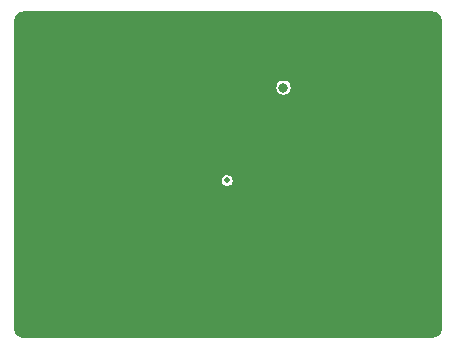
<source format=gbr>
%TF.GenerationSoftware,KiCad,Pcbnew,(6.0.4-0)*%
%TF.CreationDate,2022-03-26T13:10:47-05:00*%
%TF.ProjectId,EE515X_Project_With_Matching,45453531-3558-45f5-9072-6f6a6563745f,rev?*%
%TF.SameCoordinates,Original*%
%TF.FileFunction,Copper,L3,Inr*%
%TF.FilePolarity,Positive*%
%FSLAX46Y46*%
G04 Gerber Fmt 4.6, Leading zero omitted, Abs format (unit mm)*
G04 Created by KiCad (PCBNEW (6.0.4-0)) date 2022-03-26 13:10:47*
%MOMM*%
%LPD*%
G01*
G04 APERTURE LIST*
%TA.AperFunction,ComponentPad*%
%ADD10C,0.762000*%
%TD*%
%TA.AperFunction,ViaPad*%
%ADD11C,0.800000*%
%TD*%
%TA.AperFunction,ViaPad*%
%ADD12C,0.508000*%
%TD*%
G04 APERTURE END LIST*
D10*
%TO.N,GND*%
%TO.C,J2*%
X82158688Y-112826800D03*
X82158688Y-110693200D03*
X80888688Y-110693200D03*
X79618688Y-110693200D03*
X78348688Y-110693200D03*
X78348688Y-112826800D03*
X80888688Y-112826800D03*
X79618688Y-112826800D03*
%TD*%
%TO.N,GND*%
%TO.C,J1*%
X82169000Y-98094800D03*
X82169000Y-95961200D03*
X80899000Y-95961200D03*
X79629000Y-95961200D03*
X78359000Y-95961200D03*
X78359000Y-98094800D03*
X80899000Y-98094800D03*
X79629000Y-98094800D03*
%TD*%
%TO.N,GND*%
%TO.C,J3*%
X109865312Y-103327200D03*
X109865312Y-105460800D03*
X111135312Y-105460800D03*
X112405312Y-105460800D03*
X113675312Y-105460800D03*
X113675312Y-103327200D03*
X111135312Y-103327200D03*
X112405312Y-103327200D03*
%TD*%
D11*
%TO.N,GND*%
X110621668Y-96012000D03*
X107827668Y-96012000D03*
%TO.N,/IF_UNFILTERED*%
X100711000Y-97028000D03*
D12*
X95935800Y-104893600D03*
%TD*%
%TA.AperFunction,Conductor*%
%TO.N,GND*%
G36*
X113308198Y-90586170D02*
G01*
X113313389Y-90586179D01*
X113327219Y-90589359D01*
X113341059Y-90586227D01*
X113343049Y-90586230D01*
X113355158Y-90586835D01*
X113473716Y-90598510D01*
X113497924Y-90603325D01*
X113626567Y-90642347D01*
X113649386Y-90651799D01*
X113767930Y-90715162D01*
X113788467Y-90728884D01*
X113892375Y-90814158D01*
X113909842Y-90831625D01*
X113995116Y-90935533D01*
X114008838Y-90956070D01*
X114072201Y-91074614D01*
X114081654Y-91097436D01*
X114120672Y-91226067D01*
X114125491Y-91250294D01*
X114137215Y-91369359D01*
X114137821Y-91381927D01*
X114137820Y-91382225D01*
X114134641Y-91396051D01*
X114137772Y-91409888D01*
X114137764Y-91414348D01*
X114139880Y-91433284D01*
X114139880Y-117354134D01*
X114137830Y-117372198D01*
X114137821Y-117377389D01*
X114134641Y-117391219D01*
X114137773Y-117405059D01*
X114137770Y-117407049D01*
X114137165Y-117419158D01*
X114125490Y-117537716D01*
X114120675Y-117561924D01*
X114114291Y-117582971D01*
X114081654Y-117690565D01*
X114072201Y-117713386D01*
X114008838Y-117831930D01*
X113995116Y-117852467D01*
X113909842Y-117956375D01*
X113892375Y-117973842D01*
X113788467Y-118059116D01*
X113767930Y-118072838D01*
X113649386Y-118136201D01*
X113626564Y-118145654D01*
X113497933Y-118184672D01*
X113473706Y-118189491D01*
X113354641Y-118201215D01*
X113342073Y-118201821D01*
X113341775Y-118201820D01*
X113327949Y-118198641D01*
X113314112Y-118201772D01*
X113309652Y-118201764D01*
X113290716Y-118203880D01*
X78733866Y-118203880D01*
X78715802Y-118201830D01*
X78710611Y-118201821D01*
X78696781Y-118198641D01*
X78682941Y-118201773D01*
X78680951Y-118201770D01*
X78668842Y-118201165D01*
X78550284Y-118189490D01*
X78526076Y-118184675D01*
X78397433Y-118145653D01*
X78374614Y-118136201D01*
X78256070Y-118072838D01*
X78235533Y-118059116D01*
X78131625Y-117973842D01*
X78114158Y-117956375D01*
X78028884Y-117852467D01*
X78015162Y-117831930D01*
X77951799Y-117713386D01*
X77942346Y-117690564D01*
X77903328Y-117561933D01*
X77898509Y-117537706D01*
X77886785Y-117418641D01*
X77886179Y-117406073D01*
X77886180Y-117405775D01*
X77889359Y-117391949D01*
X77886228Y-117378112D01*
X77886236Y-117373652D01*
X77884120Y-117354716D01*
X77884120Y-104887951D01*
X95473428Y-104887951D01*
X95474592Y-104896853D01*
X95474592Y-104896856D01*
X95475644Y-104904898D01*
X95490427Y-105017950D01*
X95543230Y-105137954D01*
X95627591Y-105238313D01*
X95635062Y-105243286D01*
X95635063Y-105243287D01*
X95651270Y-105254075D01*
X95736729Y-105310962D01*
X95826172Y-105338906D01*
X95853301Y-105347382D01*
X95853302Y-105347382D01*
X95861870Y-105350059D01*
X95926305Y-105351240D01*
X95983978Y-105352297D01*
X95983981Y-105352297D01*
X95992954Y-105352461D01*
X96034347Y-105341176D01*
X96110782Y-105320338D01*
X96110785Y-105320337D01*
X96119444Y-105317976D01*
X96130868Y-105310962D01*
X96223519Y-105254075D01*
X96223522Y-105254072D01*
X96231171Y-105249376D01*
X96319153Y-105152175D01*
X96330025Y-105129736D01*
X96372404Y-105042264D01*
X96372404Y-105042263D01*
X96376317Y-105034187D01*
X96398069Y-104904898D01*
X96398207Y-104893600D01*
X96379621Y-104763818D01*
X96325356Y-104644469D01*
X96239775Y-104545147D01*
X96226695Y-104536669D01*
X96137289Y-104478718D01*
X96137287Y-104478717D01*
X96129758Y-104473837D01*
X96004148Y-104436272D01*
X95995172Y-104436217D01*
X95995171Y-104436217D01*
X95940759Y-104435885D01*
X95873044Y-104435471D01*
X95746985Y-104471499D01*
X95739398Y-104476286D01*
X95739396Y-104476287D01*
X95681043Y-104513105D01*
X95636105Y-104541459D01*
X95549317Y-104639728D01*
X95493598Y-104758405D01*
X95492217Y-104767277D01*
X95474809Y-104879078D01*
X95474809Y-104879082D01*
X95473428Y-104887951D01*
X77884120Y-104887951D01*
X77884120Y-97028000D01*
X100102091Y-97028000D01*
X100122839Y-97185597D01*
X100183669Y-97332454D01*
X100280436Y-97458564D01*
X100406545Y-97555331D01*
X100479974Y-97585746D01*
X100545773Y-97613001D01*
X100545776Y-97613002D01*
X100553403Y-97616161D01*
X100711000Y-97636909D01*
X100719188Y-97635831D01*
X100860409Y-97617239D01*
X100868597Y-97616161D01*
X100876224Y-97613002D01*
X100876227Y-97613001D01*
X100942026Y-97585746D01*
X101015455Y-97555331D01*
X101141564Y-97458564D01*
X101238331Y-97332454D01*
X101299161Y-97185597D01*
X101319909Y-97028000D01*
X101299161Y-96870403D01*
X101238331Y-96723546D01*
X101141564Y-96597436D01*
X101015455Y-96500669D01*
X100942026Y-96470254D01*
X100876227Y-96442999D01*
X100876224Y-96442998D01*
X100868597Y-96439839D01*
X100711000Y-96419091D01*
X100553403Y-96439839D01*
X100545776Y-96442998D01*
X100545773Y-96442999D01*
X100479975Y-96470254D01*
X100406546Y-96500669D01*
X100280436Y-96597436D01*
X100183669Y-96723546D01*
X100122839Y-96870403D01*
X100102091Y-97028000D01*
X77884120Y-97028000D01*
X77884120Y-91433866D01*
X77886170Y-91415802D01*
X77886179Y-91410611D01*
X77889359Y-91396781D01*
X77886227Y-91382941D01*
X77886230Y-91380951D01*
X77886835Y-91368842D01*
X77898510Y-91250284D01*
X77903326Y-91226071D01*
X77903328Y-91226067D01*
X77942347Y-91097433D01*
X77951799Y-91074614D01*
X78015162Y-90956070D01*
X78028884Y-90935533D01*
X78114158Y-90831625D01*
X78131625Y-90814158D01*
X78235533Y-90728884D01*
X78256070Y-90715162D01*
X78374614Y-90651799D01*
X78397436Y-90642346D01*
X78526067Y-90603328D01*
X78550294Y-90598509D01*
X78669359Y-90586785D01*
X78681927Y-90586179D01*
X78682225Y-90586180D01*
X78696051Y-90589359D01*
X78709888Y-90586228D01*
X78714348Y-90586236D01*
X78733284Y-90584120D01*
X113290134Y-90584120D01*
X113308198Y-90586170D01*
G37*
%TD.AperFunction*%
%TD*%
M02*

</source>
